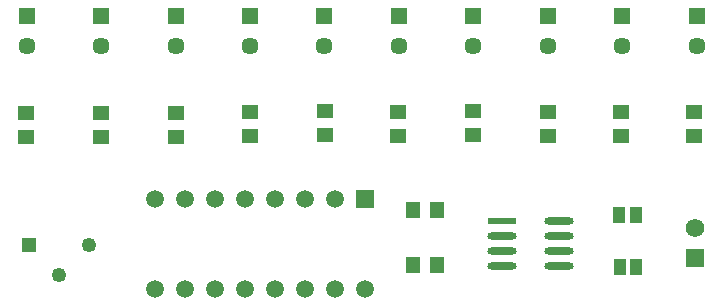
<source format=gbr>
G04*
G04 #@! TF.GenerationSoftware,Altium Limited,Altium Designer,24.1.2 (44)*
G04*
G04 Layer_Color=255*
%FSLAX44Y44*%
%MOMM*%
G71*
G04*
G04 #@! TF.SameCoordinates,BD343A0D-4BD6-4D64-9A7B-49F0AB29FDDA*
G04*
G04*
G04 #@! TF.FilePolarity,Positive*
G04*
G01*
G75*
%ADD14R,1.4500X1.2000*%
%ADD15R,1.2000X1.4500*%
G04:AMPARAMS|DCode=16|XSize=2.4692mm|YSize=0.6221mm|CornerRadius=0.3111mm|HoleSize=0mm|Usage=FLASHONLY|Rotation=0.000|XOffset=0mm|YOffset=0mm|HoleType=Round|Shape=RoundedRectangle|*
%AMROUNDEDRECTD16*
21,1,2.4692,0.0000,0,0,0.0*
21,1,1.8470,0.6221,0,0,0.0*
1,1,0.6221,0.9235,0.0000*
1,1,0.6221,-0.9235,0.0000*
1,1,0.6221,-0.9235,0.0000*
1,1,0.6221,0.9235,0.0000*
%
%ADD16ROUNDEDRECTD16*%
%ADD17R,2.4692X0.6221*%
%ADD18R,1.1000X1.3500*%
%ADD22C,1.5700*%
%ADD23R,1.5700X1.5700*%
%ADD24R,1.2500X1.2500*%
%ADD25C,1.2500*%
%ADD26R,1.4500X1.4500*%
%ADD27C,1.4500*%
%ADD32C,1.5000*%
%ADD33R,1.5000X1.5000*%
D14*
X617220Y188308D02*
D03*
Y168308D02*
D03*
X555188Y188308D02*
D03*
Y168308D02*
D03*
X493155Y188308D02*
D03*
Y168308D02*
D03*
X430022Y189324D02*
D03*
Y169324D02*
D03*
X366522Y188562D02*
D03*
Y168562D02*
D03*
X304292Y189070D02*
D03*
Y169070D02*
D03*
X241300Y188308D02*
D03*
Y168308D02*
D03*
X178054Y187800D02*
D03*
Y167800D02*
D03*
X115062Y187800D02*
D03*
Y167800D02*
D03*
X51054Y187800D02*
D03*
Y167800D02*
D03*
D15*
X379288Y59182D02*
D03*
X399288D02*
D03*
X379288Y105926D02*
D03*
X399288D02*
D03*
D16*
X502164Y96012D02*
D03*
Y83312D02*
D03*
Y70612D02*
D03*
Y57912D02*
D03*
X453892D02*
D03*
Y70612D02*
D03*
Y83312D02*
D03*
D17*
Y96012D02*
D03*
D18*
X553466Y101600D02*
D03*
X567466D02*
D03*
X553832Y57150D02*
D03*
X567832D02*
D03*
D22*
X617982Y90170D02*
D03*
D23*
Y64770D02*
D03*
D24*
X53594Y75946D02*
D03*
D25*
X104394D02*
D03*
X78994Y50546D02*
D03*
D26*
X51816Y270256D02*
D03*
X618998D02*
D03*
X555978D02*
D03*
X492958D02*
D03*
X429937D02*
D03*
X366917D02*
D03*
X303897D02*
D03*
X240877D02*
D03*
X177856D02*
D03*
X114836D02*
D03*
D27*
X618998Y244856D02*
D03*
X555978D02*
D03*
X492958D02*
D03*
X429937D02*
D03*
X366917D02*
D03*
X303897D02*
D03*
X240877D02*
D03*
X177856D02*
D03*
X114836D02*
D03*
X51816D02*
D03*
D32*
X160274Y38862D02*
D03*
X185674D02*
D03*
X211074D02*
D03*
X236474D02*
D03*
X261874D02*
D03*
X287274D02*
D03*
X312674D02*
D03*
X338074D02*
D03*
X160274Y115062D02*
D03*
X185674D02*
D03*
X211074D02*
D03*
X236474D02*
D03*
X261874D02*
D03*
X287274D02*
D03*
X312674D02*
D03*
D33*
X338074D02*
D03*
M02*

</source>
